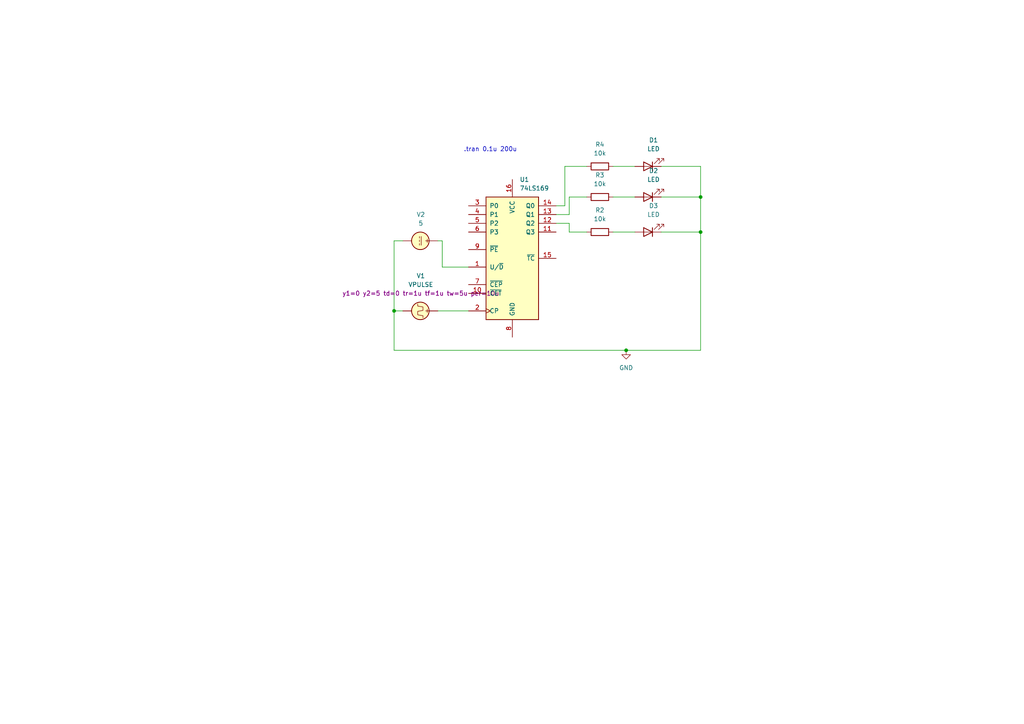
<source format=kicad_sch>
(kicad_sch (version 20250114) (generator "eeschema") (generator_version "9.0")
  (paper "A4")
  (lib_symbols
    (symbol "74xx:74LS169" (pin_names (offset 1.016))
      (property "Reference" "U" (at -7.62 19.05 0))
      (property "Value" "74LS169" (at -7.62 -19.05 0))
      (symbol "74LS169_1_0"
        (pin input line (at -12.7 15.24 0) (length 5.08) (name "P0") (number "3"))
        (pin input line (at -12.7 12.7 0) (length 5.08) (name "P1") (number "4"))
        (pin input line (at -12.7 10.16 0) (length 5.08) (name "P2") (number "5"))
        (pin input line (at -12.7 7.62 0) (length 5.08) (name "P3") (number "6"))
        (pin input line (at -12.7 2.54 0) (length 5.08) (name "~{PE}") (number "9"))
        (pin input line (at -12.7 -2.54 0) (length 5.08) (name "U/~{D}") (number "1"))
        (pin input line (at -12.7 -7.62 0) (length 5.08) (name "~{CEP}") (number "7"))
        (pin input line (at -12.7 -10.16 0) (length 5.08) (name "~{CET}") (number "10"))
        (pin input clock (at -12.7 -15.24 0) (length 5.08) (name "CP") (number "2"))
        (pin power_in line (at 0 22.86 270) (length 5.08) (name "VCC") (number "16"))
        (pin power_in line (at 0 -22.86 90) (length 5.08) (name "GND") (number "8"))
        (pin output line (at 12.7 15.24 180) (length 5.08) (name "Q0") (number "14"))
        (pin output line (at 12.7 12.7 180) (length 5.08) (name "Q1") (number "13"))
        (pin output line (at 12.7 10.16 180) (length 5.08) (name "Q2") (number "12"))
        (pin output line (at 12.7 7.62 180) (length 5.08) (name "Q3") (number "11"))
        (pin output line (at 12.7 0 180) (length 5.08) (name "~{TC}") (number "15"))
      )
      (symbol "74LS169_1_1"
        (rectangle (start -7.62 17.78) (end 7.62 -17.78) (stroke (width 0.254)) (fill (type background)))
      )
    )
    (symbol "Device:LED" (pin_numbers (hide yes)) (pin_names (offset 1.016) (hide yes))
      (property "Reference" "D" (at 0 2.54 0))
      (property "Value" "LED" (at 0 -2.54 0))
      (symbol "LED_0_1"
        (polyline (pts (xy -3.048 -0.762) (xy -4.572 -2.286) (xy -3.81 -2.286) (xy -4.572 -2.286) (xy -4.572 -1.524)))
        (polyline (pts (xy -1.778 -0.762) (xy -3.302 -2.286) (xy -2.54 -2.286) (xy -3.302 -2.286) (xy -3.302 -1.524)))
        (polyline (pts (xy -1.27 0) (xy 1.27 0)))
        (polyline (pts (xy -1.27 -1.27) (xy -1.27 1.27)) (stroke (width 0.254)))
        (polyline (pts (xy 1.27 -1.27) (xy 1.27 1.27) (xy -1.27 0) (xy 1.27 -1.27)) (stroke (width 0.254)))
      )
      (symbol "LED_1_1"
        (pin passive line (at -3.81 0 0) (length 2.54) (name "K") (number "1"))
        (pin passive line (at 3.81 0 180) (length 2.54) (name "A") (number "2"))
      )
    )
    (symbol "Device:R" (pin_numbers (hide yes)) (pin_names (offset 0))
      (property "Reference" "R" (at 2.032 0 90))
      (property "Value" "R" (at 0 0 90))
      (symbol "R_0_1"
        (rectangle (start -1.016 -2.54) (end 1.016 2.54) (stroke (width 0.254)))
      )
      (symbol "R_1_1"
        (pin passive line (at 0 3.81 270) (length 1.27) (name "~") (number "1"))
        (pin passive line (at 0 -3.81 90) (length 1.27) (name "~") (number "2"))
      )
    )
    (symbol "Simulation_SPICE:VDC" (pin_numbers (hide yes)) (pin_names (offset 0.0254))
      (property "Reference" "V" (at 2.54 2.54 0))
      (property "Value" "1" (at 2.54 0 0))
      (symbol "VDC_0_0"
        (polyline (pts (xy -1.27 0.254) (xy 1.27 0.254)))
        (polyline (pts (xy -0.762 -0.254) (xy -1.27 -0.254)))
        (polyline (pts (xy 0.254 -0.254) (xy -0.254 -0.254)))
        (polyline (pts (xy 1.27 -0.254) (xy 0.762 -0.254)))
        (text "+" (at 0 1.905 0) (effects (font (size 1.27 1.27))))
      )
      (symbol "VDC_0_1"
        (circle (center 0 0) (radius 2.54) (stroke (width 0.254)) (fill (type background)))
      )
      (symbol "VDC_1_1"
        (pin passive line (at 0 5.08 270) (length 2.54) (name "~") (number "1"))
        (pin passive line (at 0 -5.08 90) (length 2.54) (name "~") (number "2"))
      )
    )
    (symbol "Simulation_SPICE:VPULSE" (pin_numbers (hide yes)) (pin_names (offset 0.0254))
      (property "Reference" "V" (at 2.54 2.54 0))
      (property "Value" "VPULSE" (at 2.54 0 0))
      (property "Sim.Params" "y1=0 y2=1 td=2n tr=2n tf=2n tw=50n per=100n" (at 2.54 -2.54 0))
      (symbol "VPULSE_0_0"
        (polyline (pts (xy -2.032 -0.762) (xy -1.397 -0.762) (xy -1.143 0.762) (xy -0.127 0.762) (xy 0.127 -0.762) (xy 1.143 -0.762) (xy 1.397 0.762) (xy 2.032 0.762)))
        (text "+" (at 0 1.905 0) (effects (font (size 1.27 1.27))))
      )
      (symbol "VPULSE_0_1"
        (circle (center 0 0) (radius 2.54) (stroke (width 0.254)) (fill (type background)))
      )
      (symbol "VPULSE_1_1"
        (pin passive line (at 0 5.08 270) (length 2.54) (name "~") (number "1"))
        (pin passive line (at 0 -5.08 90) (length 2.54) (name "~") (number "2"))
      )
    )
    (symbol "power:GND" (power) (pin_numbers (hide yes)) (pin_names (offset 0) (hide yes))
      (property "Value" "GND" (at 0 -3.81 0))
      (symbol "GND_0_1"
        (polyline (pts (xy 0 0) (xy 0 -1.27) (xy 1.27 -1.27) (xy 0 -2.54) (xy -1.27 -1.27) (xy 0 -1.27)))
      )
      (symbol "GND_1_1"
        (pin power_in line (at 0 0 270) (length 0) (name "~") (number "1"))
      )
    )
  )
  (text ".tran 0.1u 200u" (at 142.24 43.434 0) (effects (font (size 1.27 1.27))))
  (junction (at 203.2 67.31))
  (junction (at 203.2 57.15))
  (junction (at 181.61 101.6))
  (junction (at 114.3 90.17))
  (wire (pts (xy 170.18 57.15) (xy 165.1 57.15)))
  (wire (pts (xy 177.8 48.26) (xy 184.15 48.26)))
  (wire (pts (xy 191.77 48.26) (xy 203.2 48.26)))
  (wire (pts (xy 191.77 67.31) (xy 203.2 67.31)))
  (wire (pts (xy 161.29 64.77) (xy 165.1 64.77)))
  (wire (pts (xy 165.1 64.77) (xy 165.1 67.31)))
  (wire (pts (xy 191.77 57.15) (xy 203.2 57.15)))
  (wire (pts (xy 203.2 57.15) (xy 203.2 67.31)))
  (wire (pts (xy 114.3 90.17) (xy 116.84 90.17)))
  (wire (pts (xy 165.1 67.31) (xy 170.18 67.31)))
  (wire (pts (xy 116.84 69.85) (xy 114.3 69.85)))
  (wire (pts (xy 203.2 48.26) (xy 203.2 57.15)))
  (wire (pts (xy 128.27 69.85) (xy 128.27 77.47)))
  (wire (pts (xy 127 90.17) (xy 135.89 90.17)))
  (wire (pts (xy 161.29 59.69) (xy 163.83 59.69)))
  (wire (pts (xy 114.3 90.17) (xy 114.3 101.6)))
  (wire (pts (xy 165.1 57.15) (xy 165.1 62.23)))
  (wire (pts (xy 163.83 59.69) (xy 163.83 48.26)))
  (wire (pts (xy 203.2 101.6) (xy 181.61 101.6)))
  (wire (pts (xy 177.8 57.15) (xy 184.15 57.15)))
  (wire (pts (xy 127 69.85) (xy 128.27 69.85)))
  (wire (pts (xy 114.3 69.85) (xy 114.3 90.17)))
  (wire (pts (xy 114.3 101.6) (xy 181.61 101.6)))
  (wire (pts (xy 128.27 77.47) (xy 135.89 77.47)))
  (wire (pts (xy 203.2 67.31) (xy 203.2 101.6)))
  (wire (pts (xy 163.83 48.26) (xy 170.18 48.26)))
  (wire (pts (xy 165.1 62.23) (xy 161.29 62.23)))
  (wire (pts (xy 177.8 67.31) (xy 184.15 67.31)))
  (symbol (lib_id "Device:LED") (at 187.96 57.15 180) (unit 1)
    (property "Reference" "D2" (at 189.5475 49.53 0))
    (property "Value" "LED" (at 189.5475 52.07 0))
    (property "Description" "Light emitting diode" (effects (hide yes)))
    (property "Sim.Pins" "1=A 2=K" (effects (hide yes)))
    (property "Sim.Device" "D" (effects (hide yes)))
  )
  (symbol (lib_id "Device:R") (at 173.99 67.31 90) (unit 1)
    (property "Reference" "R2" (at 173.99 60.96 90))
    (property "Value" "10k" (at 173.99 63.5 90))
    (property "Description" "Resistor" (effects (hide yes)))
  )
  (symbol (lib_id "Simulation_SPICE:VPULSE") (at 121.92 90.17 270) (unit 1)
    (property "Reference" "V1" (at 122.0498 80.01 90))
    (property "Value" "VPULSE" (at 122.0498 82.55 90))
    (property "Datasheet" "https://ngspice.sourceforge.io/docs/ngspice-html-manual/manual.xhtml#sec_Independent_Sources_for" (effects (hide yes)))
    (property "Description" "Voltage source, pulse" (effects (hide yes)))
    (property "Sim.Pins" "1=+ 2=-" (effects (hide yes)))
    (property "Sim.Type" "PULSE" (effects (hide yes)))
    (property "Sim.Device" "V" (effects (hide yes)))
    (property "Sim.Params" "y1=0 y2=5 td=0 tr=1u tf=1u tw=5u per=10u" (at 122.0498 85.09 90))
  )
  (symbol (lib_id "Device:LED") (at 187.96 67.31 180) (unit 1)
    (property "Reference" "D3" (at 189.5475 59.69 0))
    (property "Value" "LED" (at 189.5475 62.23 0))
    (property "Description" "Light emitting diode" (effects (hide yes)))
    (property "Sim.Pins" "1=A 2=K" (effects (hide yes)))
    (property "Sim.Device" "D" (effects (hide yes)))
  )
  (symbol (lib_id "Device:R") (at 173.99 48.26 90) (unit 1)
    (property "Reference" "R4" (at 173.99 41.91 90))
    (property "Value" "10k" (at 173.99 44.45 90))
    (property "Description" "Resistor" (effects (hide yes)))
  )
  (symbol (lib_id "power:GND") (at 181.61 101.6 0) (unit 1)
    (property "Reference" "#PWR01" (effects (hide yes)))
    (property "Value" "GND" (at 181.61 106.68 0))
    (property "Description" "Power symbol creates a global label with name \"GND\" , ground" (effects (hide yes)))
  )
  (symbol (lib_id "74xx:74LS169") (at 148.59 74.93 0) (unit 1)
    (property "Reference" "U1" (at 150.7333 52.07 0) (effects (justify left)))
    (property "Value" "74LS169" (at 150.7333 54.61 0) (effects (justify left)))
    (property "Datasheet" "http://www.ti.com/lit/gpn/sn74LS169" (effects (hide yes)))
    (property "Description" "Synchronous 4-bit Up/Down binary counter" (effects (hide yes)))
    (property "Sim.Library" "Binary.cir" (effects (hide yes)))
    (property "Sim.Name" "counter3_ud" (effects (hide yes)))
    (property "Sim.Device" "SUBCKT" (effects (hide yes)))
    (property "Sim.Pins" "1=ud 2=clk 12=b2 13=b1 14=b0" (effects (hide yes)))
  )
  (symbol (lib_id "Device:LED") (at 187.96 48.26 180) (unit 1)
    (property "Reference" "D1" (at 189.5475 40.64 0))
    (property "Value" "LED" (at 189.5475 43.18 0))
    (property "Description" "Light emitting diode" (effects (hide yes)))
    (property "Sim.Pins" "1=A 2=K" (effects (hide yes)))
    (property "Sim.Device" "D" (effects (hide yes)))
  )
  (symbol (lib_id "Simulation_SPICE:VDC") (at 121.92 69.85 270) (unit 1)
    (property "Reference" "V2" (at 122.0498 62.23 90))
    (property "Value" "5" (at 122.0498 64.77 90))
    (property "Datasheet" "https://ngspice.sourceforge.io/docs/ngspice-html-manual/manual.xhtml#sec_Independent_Sources_for" (effects (hide yes)))
    (property "Description" "Voltage source, DC" (effects (hide yes)))
    (property "Sim.Pins" "1=+ 2=-" (effects (hide yes)))
    (property "Sim.Type" "DC" (effects (hide yes)))
    (property "Sim.Device" "V" (effects (hide yes)))
  )
  (symbol (lib_id "Device:R") (at 173.99 57.15 90) (unit 1)
    (property "Reference" "R3" (at 173.99 50.8 90))
    (property "Value" "10k" (at 173.99 53.34 90))
    (property "Description" "Resistor" (effects (hide yes)))
  )
)
</source>
